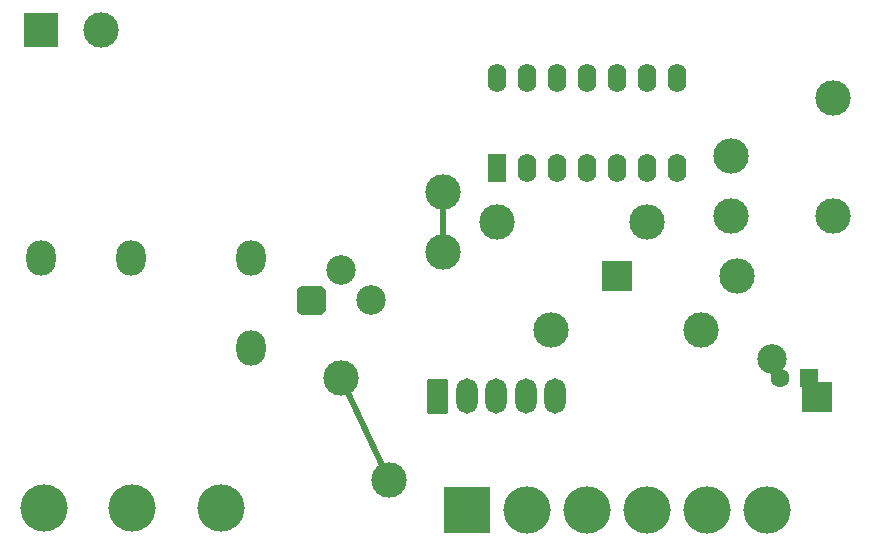
<source format=gbr>
G04 #@! TF.GenerationSoftware,KiCad,Pcbnew,5.1.5*
G04 #@! TF.CreationDate,2019-12-19T20:19:00+01:00*
G04 #@! TF.ProjectId,counter,636f756e-7465-4722-9e6b-696361645f70,rev?*
G04 #@! TF.SameCoordinates,Original*
G04 #@! TF.FileFunction,Copper,L1,Top*
G04 #@! TF.FilePolarity,Positive*
%FSLAX46Y46*%
G04 Gerber Fmt 4.6, Leading zero omitted, Abs format (unit mm)*
G04 Created by KiCad (PCBNEW 5.1.5) date 2019-12-19 20:19:00*
%MOMM*%
%LPD*%
G04 APERTURE LIST*
%ADD10C,3.000000*%
%ADD11R,1.600000X1.600000*%
%ADD12C,1.600000*%
%ADD13R,2.500000X2.500000*%
%ADD14C,2.500000*%
%ADD15O,3.000000X3.000000*%
%ADD16C,4.000000*%
%ADD17R,4.000000X4.000000*%
%ADD18R,3.000000X3.000000*%
%ADD19C,0.100000*%
%ADD20O,1.800000X3.000000*%
%ADD21O,2.500000X3.000000*%
%ADD22R,1.600000X2.400000*%
%ADD23O,1.600000X2.400000*%
%ADD24C,0.500000*%
G04 APERTURE END LIST*
D10*
X149352000Y-50292000D03*
X149352000Y-40292000D03*
D11*
X147320000Y-64008000D03*
D12*
X144820000Y-64008000D03*
D13*
X147990937Y-65608000D03*
D14*
X144149063Y-62408000D03*
D13*
X131064000Y-55372000D03*
D15*
X141224000Y-55372000D03*
D16*
X82550000Y-75000000D03*
X90000000Y-75000000D03*
X97500000Y-75000000D03*
X123444000Y-75184000D03*
X128524000Y-75184000D03*
D17*
X118364000Y-75184000D03*
D16*
X133604000Y-75184000D03*
X138684000Y-75184000D03*
X143764000Y-75184000D03*
D18*
X82296000Y-34544000D03*
D10*
X87376000Y-34544000D03*
G04 #@! TA.AperFunction,ComponentPad*
D19*
G36*
X116485335Y-64033274D02*
G01*
X116511021Y-64037084D01*
X116536209Y-64043394D01*
X116560658Y-64052141D01*
X116584132Y-64063244D01*
X116606404Y-64076593D01*
X116627260Y-64092061D01*
X116646500Y-64109500D01*
X116663939Y-64128740D01*
X116679407Y-64149596D01*
X116692756Y-64171868D01*
X116703859Y-64195342D01*
X116712606Y-64219791D01*
X116718916Y-64244979D01*
X116722726Y-64270665D01*
X116724000Y-64296600D01*
X116724000Y-66767400D01*
X116722726Y-66793335D01*
X116718916Y-66819021D01*
X116712606Y-66844209D01*
X116703859Y-66868658D01*
X116692756Y-66892132D01*
X116679407Y-66914404D01*
X116663939Y-66935260D01*
X116646500Y-66954500D01*
X116627260Y-66971939D01*
X116606404Y-66987407D01*
X116584132Y-67000756D01*
X116560658Y-67011859D01*
X116536209Y-67020606D01*
X116511021Y-67026916D01*
X116485335Y-67030726D01*
X116459400Y-67032000D01*
X115188600Y-67032000D01*
X115162665Y-67030726D01*
X115136979Y-67026916D01*
X115111791Y-67020606D01*
X115087342Y-67011859D01*
X115063868Y-67000756D01*
X115041596Y-66987407D01*
X115020740Y-66971939D01*
X115001500Y-66954500D01*
X114984061Y-66935260D01*
X114968593Y-66914404D01*
X114955244Y-66892132D01*
X114944141Y-66868658D01*
X114935394Y-66844209D01*
X114929084Y-66819021D01*
X114925274Y-66793335D01*
X114924000Y-66767400D01*
X114924000Y-64296600D01*
X114925274Y-64270665D01*
X114929084Y-64244979D01*
X114935394Y-64219791D01*
X114944141Y-64195342D01*
X114955244Y-64171868D01*
X114968593Y-64149596D01*
X114984061Y-64128740D01*
X115001500Y-64109500D01*
X115020740Y-64092061D01*
X115041596Y-64076593D01*
X115063868Y-64063244D01*
X115087342Y-64052141D01*
X115111791Y-64043394D01*
X115136979Y-64037084D01*
X115162665Y-64033274D01*
X115188600Y-64032000D01*
X116459400Y-64032000D01*
X116485335Y-64033274D01*
G37*
G04 #@! TD.AperFunction*
D20*
X118324000Y-65532000D03*
X120824000Y-65532000D03*
X123324000Y-65532000D03*
X125824000Y-65532000D03*
D14*
X107696000Y-54864000D03*
X110236000Y-57404000D03*
G04 #@! TA.AperFunction,ComponentPad*
D19*
G36*
X105842261Y-56157010D02*
G01*
X105902931Y-56166009D01*
X105962428Y-56180912D01*
X106020177Y-56201575D01*
X106075623Y-56227799D01*
X106128231Y-56259331D01*
X106177496Y-56295868D01*
X106222942Y-56337058D01*
X106264132Y-56382504D01*
X106300669Y-56431769D01*
X106332201Y-56484377D01*
X106358425Y-56539823D01*
X106379088Y-56597572D01*
X106393991Y-56657069D01*
X106402990Y-56717739D01*
X106406000Y-56779000D01*
X106406000Y-58029000D01*
X106402990Y-58090261D01*
X106393991Y-58150931D01*
X106379088Y-58210428D01*
X106358425Y-58268177D01*
X106332201Y-58323623D01*
X106300669Y-58376231D01*
X106264132Y-58425496D01*
X106222942Y-58470942D01*
X106177496Y-58512132D01*
X106128231Y-58548669D01*
X106075623Y-58580201D01*
X106020177Y-58606425D01*
X105962428Y-58627088D01*
X105902931Y-58641991D01*
X105842261Y-58650990D01*
X105781000Y-58654000D01*
X104531000Y-58654000D01*
X104469739Y-58650990D01*
X104409069Y-58641991D01*
X104349572Y-58627088D01*
X104291823Y-58606425D01*
X104236377Y-58580201D01*
X104183769Y-58548669D01*
X104134504Y-58512132D01*
X104089058Y-58470942D01*
X104047868Y-58425496D01*
X104011331Y-58376231D01*
X103979799Y-58323623D01*
X103953575Y-58268177D01*
X103932912Y-58210428D01*
X103918009Y-58150931D01*
X103909010Y-58090261D01*
X103906000Y-58029000D01*
X103906000Y-56779000D01*
X103909010Y-56717739D01*
X103918009Y-56657069D01*
X103932912Y-56597572D01*
X103953575Y-56539823D01*
X103979799Y-56484377D01*
X104011331Y-56431769D01*
X104047868Y-56382504D01*
X104089058Y-56337058D01*
X104134504Y-56295868D01*
X104183769Y-56259331D01*
X104236377Y-56227799D01*
X104291823Y-56201575D01*
X104349572Y-56180912D01*
X104409069Y-56166009D01*
X104469739Y-56157010D01*
X104531000Y-56154000D01*
X105781000Y-56154000D01*
X105842261Y-56157010D01*
G37*
G04 #@! TD.AperFunction*
D15*
X140716000Y-45212000D03*
D10*
X140716000Y-50292000D03*
D21*
X100076000Y-53848000D03*
X89916000Y-53848000D03*
X82296000Y-53848000D03*
X100076000Y-61468000D03*
D22*
X120904000Y-46228000D03*
D23*
X136144000Y-38608000D03*
X123444000Y-46228000D03*
X133604000Y-38608000D03*
X125984000Y-46228000D03*
X131064000Y-38608000D03*
X128524000Y-46228000D03*
X128524000Y-38608000D03*
X131064000Y-46228000D03*
X125984000Y-38608000D03*
X133604000Y-46228000D03*
X123444000Y-38608000D03*
X136144000Y-46228000D03*
X120904000Y-38608000D03*
D10*
X138176000Y-59944000D03*
D15*
X125476000Y-59944000D03*
D10*
X120904000Y-50800000D03*
D15*
X133604000Y-50800000D03*
D10*
X107696000Y-64008000D03*
X111760000Y-72644000D03*
X116332000Y-48260000D03*
X116332000Y-53340000D03*
D24*
X107696000Y-64008000D02*
X111760000Y-72644000D01*
X116332000Y-48260000D02*
X116332000Y-53340000D01*
M02*

</source>
